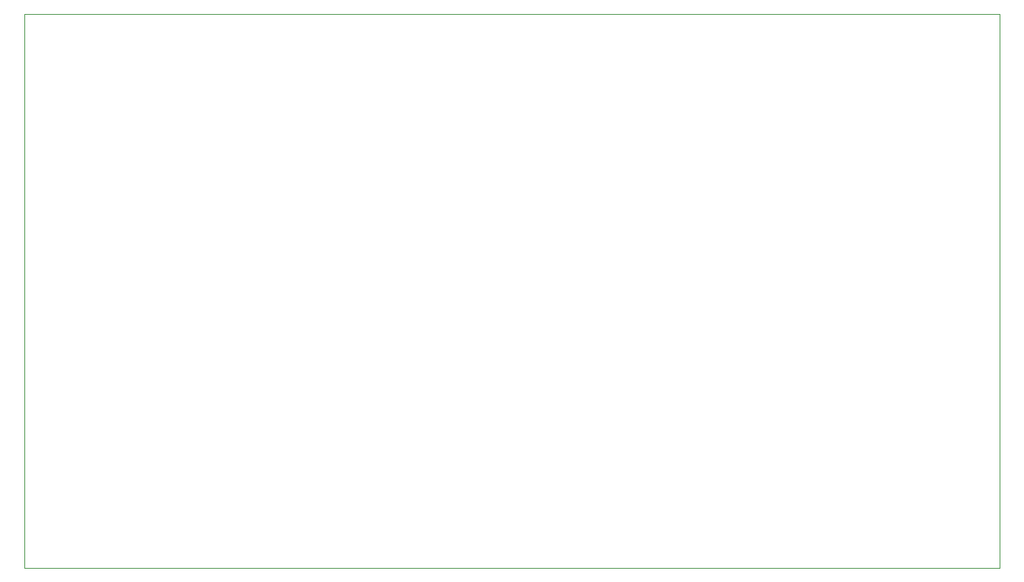
<source format=gbr>
%TF.GenerationSoftware,KiCad,Pcbnew,5.1.6*%
%TF.CreationDate,2020-06-14T13:39:51+02:00*%
%TF.ProjectId,pcb,7063622e-6b69-4636-9164-5f7063625858,rev?*%
%TF.SameCoordinates,Original*%
%TF.FileFunction,Profile,NP*%
%FSLAX46Y46*%
G04 Gerber Fmt 4.6, Leading zero omitted, Abs format (unit mm)*
G04 Created by KiCad (PCBNEW 5.1.6) date 2020-06-14 13:39:51*
%MOMM*%
%LPD*%
G01*
G04 APERTURE LIST*
%TA.AperFunction,Profile*%
%ADD10C,0.050000*%
%TD*%
G04 APERTURE END LIST*
D10*
X189230000Y-71120000D02*
X189230000Y-74930000D01*
X77470000Y-71120000D02*
X189230000Y-71120000D01*
X77470000Y-74930000D02*
X77470000Y-71120000D01*
X189230000Y-134620000D02*
X189230000Y-133350000D01*
X77470000Y-134620000D02*
X189230000Y-134620000D01*
X77470000Y-133350000D02*
X77470000Y-134620000D01*
X77470000Y-133350000D02*
X77470000Y-74930000D01*
X189230000Y-130810000D02*
X189230000Y-133350000D01*
X189230000Y-129540000D02*
X189230000Y-130810000D01*
X189230000Y-74930000D02*
X189230000Y-129540000D01*
M02*

</source>
